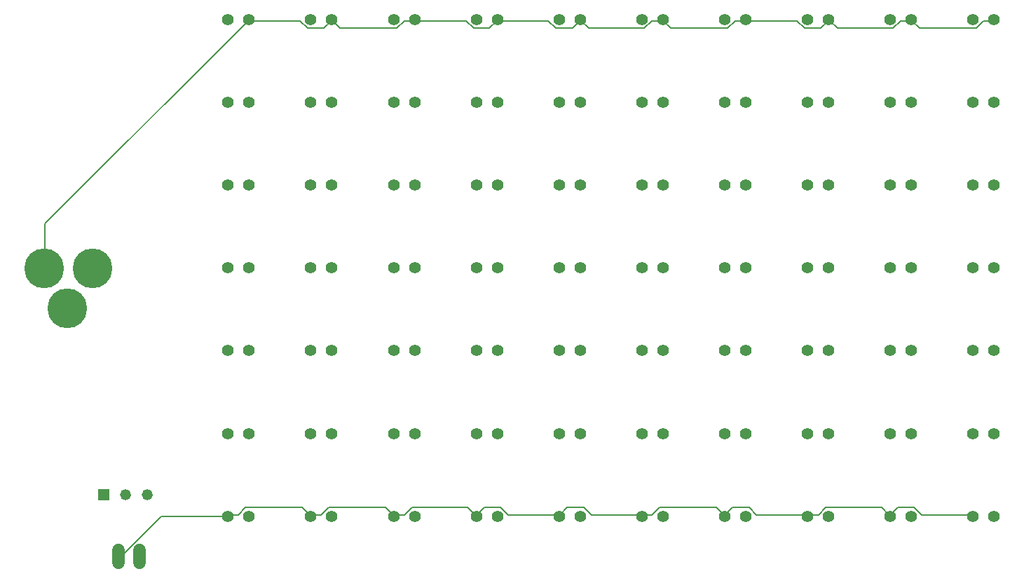
<source format=gbr>
G04 EAGLE Gerber RS-274X export*
G75*
%MOMM*%
%FSLAX34Y34*%
%LPD*%
%INBottom Copper*%
%IPPOS*%
%AMOC8*
5,1,8,0,0,1.08239X$1,22.5*%
G01*
G04 Define Apertures*
%ADD10C,4.800000*%
%ADD11C,1.418000*%
%ADD12R,1.320800X1.320800*%
%ADD13C,1.320800*%
%ADD14C,1.524000*%
%ADD15C,0.152400*%
D10*
X86000Y383600D03*
X28000Y383600D03*
X56000Y335600D03*
D11*
X350000Y84125D03*
X375400Y84125D03*
X550000Y284125D03*
X575400Y284125D03*
X550000Y384125D03*
X575400Y384125D03*
X550000Y484125D03*
X575400Y484125D03*
X550000Y584125D03*
X575400Y584125D03*
X550000Y684125D03*
X575400Y684125D03*
X850000Y84125D03*
X875400Y84125D03*
X850000Y184125D03*
X875400Y184125D03*
X850000Y284125D03*
X875400Y284125D03*
X850000Y384125D03*
X875400Y384125D03*
X850000Y484125D03*
X875400Y484125D03*
X350000Y184125D03*
X375400Y184125D03*
X850000Y584125D03*
X875400Y584125D03*
X850000Y684125D03*
X875400Y684125D03*
X1050000Y84125D03*
X1075400Y84125D03*
X1050000Y184125D03*
X1075400Y184125D03*
X1050000Y284125D03*
X1075400Y284125D03*
X1050000Y384125D03*
X1075400Y384125D03*
X1050000Y484125D03*
X1075400Y484125D03*
X1050000Y584125D03*
X1075400Y584125D03*
X1050000Y684125D03*
X1075400Y684125D03*
X350000Y284125D03*
X375400Y284125D03*
X250000Y84125D03*
X275400Y84125D03*
X250000Y184125D03*
X275400Y184125D03*
X250000Y284125D03*
X275400Y284125D03*
X250000Y384125D03*
X275400Y384125D03*
X350000Y384125D03*
X375400Y384125D03*
X250000Y484125D03*
X275400Y484125D03*
X250000Y584125D03*
X275400Y584125D03*
X250000Y684125D03*
X275400Y684125D03*
X450000Y84125D03*
X475400Y84125D03*
X450000Y184125D03*
X475400Y184125D03*
X450000Y284125D03*
X475400Y284125D03*
X450000Y384125D03*
X475400Y384125D03*
X450000Y484125D03*
X475400Y484125D03*
X450000Y584125D03*
X475400Y584125D03*
X450000Y684125D03*
X475400Y684125D03*
X350000Y484125D03*
X375400Y484125D03*
X750000Y84125D03*
X775400Y84125D03*
X750000Y184125D03*
X775400Y184125D03*
X750000Y284125D03*
X775400Y284125D03*
X750000Y384125D03*
X775400Y384125D03*
X750000Y484125D03*
X775400Y484125D03*
X750000Y584125D03*
X775400Y584125D03*
X750000Y684125D03*
X775400Y684125D03*
X950000Y84125D03*
X975400Y84125D03*
X950000Y184125D03*
X975400Y184125D03*
X950000Y284125D03*
X975400Y284125D03*
X350000Y584125D03*
X375400Y584125D03*
X950000Y384125D03*
X975400Y384125D03*
X950000Y484125D03*
X975400Y484125D03*
X950000Y584125D03*
X975400Y584125D03*
X950000Y684125D03*
X975400Y684125D03*
X1150000Y84125D03*
X1175400Y84125D03*
X1150000Y184125D03*
X1175400Y184125D03*
X1150000Y284125D03*
X1175400Y284125D03*
X1150000Y384125D03*
X1175400Y384125D03*
X1150000Y484125D03*
X1175400Y484125D03*
X1150000Y584125D03*
X1175400Y584125D03*
X350000Y684125D03*
X375400Y684125D03*
X1150000Y684125D03*
X1175400Y684125D03*
X650000Y84125D03*
X675400Y84125D03*
X650000Y184125D03*
X675400Y184125D03*
X550000Y84125D03*
X575400Y84125D03*
X650000Y284125D03*
X675400Y284125D03*
X650000Y384125D03*
X675400Y384125D03*
X650000Y484125D03*
X675400Y484125D03*
X650000Y584125D03*
X675400Y584125D03*
X650000Y684125D03*
X675400Y684125D03*
X550000Y184125D03*
X575400Y184125D03*
D12*
X100000Y110000D03*
D13*
X126000Y110000D03*
X152000Y110000D03*
D14*
X142700Y43020D02*
X142700Y27780D01*
X117300Y27780D02*
X117300Y43020D01*
D15*
X876300Y682752D02*
X937260Y682752D01*
X946404Y673608D01*
X966216Y673608D01*
X975360Y682752D01*
X876300Y682752D02*
X875400Y684125D01*
X975360Y682752D02*
X975400Y684125D01*
X1062228Y682752D02*
X1074420Y682752D01*
X1062228Y682752D02*
X1053084Y673608D01*
X986028Y673608D01*
X976884Y682752D01*
X1074420Y682752D02*
X1075400Y684125D01*
X976884Y682752D02*
X975400Y684125D01*
X1162812Y682752D02*
X1175004Y682752D01*
X1162812Y682752D02*
X1153668Y673608D01*
X1085088Y673608D01*
X1075944Y682752D01*
X1175004Y682752D02*
X1175400Y684125D01*
X1075944Y682752D02*
X1075400Y684125D01*
X336804Y682752D02*
X275844Y682752D01*
X336804Y682752D02*
X345948Y673608D01*
X365760Y673608D01*
X374904Y682752D01*
X275844Y682752D02*
X275400Y684125D01*
X374904Y682752D02*
X375400Y684125D01*
X463296Y682752D02*
X473964Y682752D01*
X463296Y682752D02*
X454152Y673608D01*
X385572Y673608D01*
X376428Y682752D01*
X473964Y682752D02*
X475400Y684125D01*
X376428Y682752D02*
X375400Y684125D01*
X576072Y682752D02*
X637032Y682752D01*
X646176Y673608D01*
X665988Y673608D01*
X675132Y682752D01*
X576072Y682752D02*
X575400Y684125D01*
X675132Y682752D02*
X675400Y684125D01*
X762000Y682752D02*
X774192Y682752D01*
X762000Y682752D02*
X752856Y673608D01*
X685800Y673608D01*
X676656Y682752D01*
X774192Y682752D02*
X775400Y684125D01*
X676656Y682752D02*
X675400Y684125D01*
X537972Y682752D02*
X475488Y682752D01*
X537972Y682752D02*
X547116Y673608D01*
X565404Y673608D01*
X574548Y682752D01*
X475488Y682752D02*
X475400Y684125D01*
X574548Y682752D02*
X575400Y684125D01*
X28956Y437388D02*
X28956Y384048D01*
X28956Y437388D02*
X274320Y682752D01*
X28956Y384048D02*
X28000Y383600D01*
X274320Y682752D02*
X275400Y684125D01*
X862584Y682752D02*
X874776Y682752D01*
X862584Y682752D02*
X853440Y673608D01*
X784860Y673608D01*
X775716Y682752D01*
X874776Y682752D02*
X875400Y684125D01*
X775716Y682752D02*
X775400Y684125D01*
X262128Y85344D02*
X251460Y85344D01*
X262128Y85344D02*
X271272Y94488D01*
X339852Y94488D01*
X348996Y85344D01*
X251460Y85344D02*
X250000Y84125D01*
X348996Y85344D02*
X350000Y84125D01*
X121920Y36576D02*
X117348Y36576D01*
X121920Y36576D02*
X169164Y83820D01*
X249936Y83820D01*
X117348Y36576D02*
X117300Y35400D01*
X249936Y83820D02*
X250000Y84125D01*
X950976Y85344D02*
X963168Y85344D01*
X972312Y94488D01*
X1039368Y94488D01*
X1048512Y85344D01*
X950976Y85344D02*
X950000Y84125D01*
X1048512Y85344D02*
X1050000Y84125D01*
X1088136Y85344D02*
X1149096Y85344D01*
X1088136Y85344D02*
X1078992Y94488D01*
X1059180Y94488D01*
X1050036Y85344D01*
X1149096Y85344D02*
X1150000Y84125D01*
X1050036Y85344D02*
X1050000Y84125D01*
X762000Y85344D02*
X751332Y85344D01*
X762000Y85344D02*
X771144Y94488D01*
X839724Y94488D01*
X848868Y85344D01*
X751332Y85344D02*
X750000Y84125D01*
X848868Y85344D02*
X850000Y84125D01*
X463296Y85344D02*
X451104Y85344D01*
X463296Y85344D02*
X472440Y94488D01*
X539496Y94488D01*
X548640Y85344D01*
X451104Y85344D02*
X450000Y84125D01*
X548640Y85344D02*
X550000Y84125D01*
X588264Y85344D02*
X649224Y85344D01*
X588264Y85344D02*
X579120Y94488D01*
X559308Y94488D01*
X550164Y85344D01*
X649224Y85344D02*
X650000Y84125D01*
X550164Y85344D02*
X550000Y84125D01*
X688848Y85344D02*
X749808Y85344D01*
X688848Y85344D02*
X679704Y94488D01*
X659892Y94488D01*
X650748Y85344D01*
X749808Y85344D02*
X750000Y84125D01*
X650748Y85344D02*
X650000Y84125D01*
X888492Y85344D02*
X949452Y85344D01*
X888492Y85344D02*
X879348Y94488D01*
X859536Y94488D01*
X850392Y85344D01*
X949452Y85344D02*
X950000Y84125D01*
X850392Y85344D02*
X850000Y84125D01*
X362712Y85344D02*
X350520Y85344D01*
X362712Y85344D02*
X371856Y94488D01*
X440436Y94488D01*
X449580Y85344D01*
X350520Y85344D02*
X350000Y84125D01*
X449580Y85344D02*
X450000Y84125D01*
M02*

</source>
